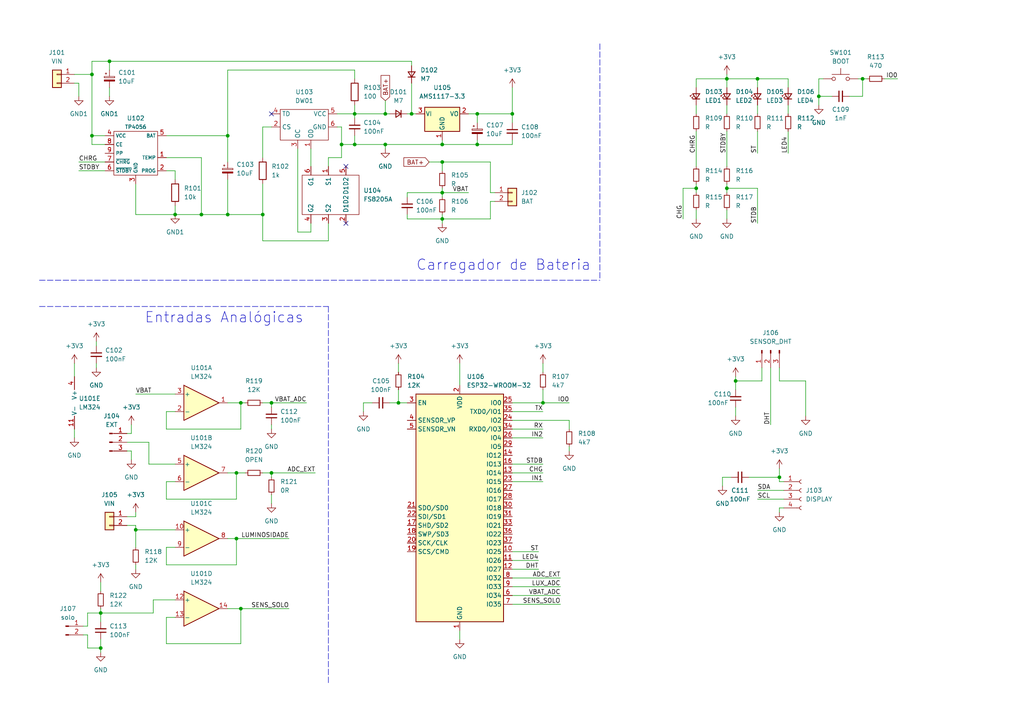
<source format=kicad_sch>
(kicad_sch (version 20211123) (generator eeschema)
  (paper "A4")
  (title_block (title "Vaso Inteligente") (date "2022-07-11") (company "PI3 - 2022/1") (comment 1 "Guilherme Camargo Valese") (comment 2 "Ariane Andreia Martins"))
  (lib_symbols
    (symbol "Amplifier_Operational:LM324" (pin_names (offset 0.127))
      (property "Reference" "U" (at 0 5.08 0))
      (property "Value" "LM324" (at 0 -5.08 0))
      (symbol "LM324_1_1"
        (pin output line (at 7.62 0 180) (length 2.54) (name "~") (number "1"))
        (pin input line (at -7.62 -2.54 0) (length 2.54) (name "-") (number "2"))
        (pin input line (at -7.62 2.54 0) (length 2.54) (name "+") (number "3"))
      )
      (symbol "LM324_2_1"
        (pin input line (at -7.62 2.54 0) (length 2.54) (name "+") (number "5"))
        (pin input line (at -7.62 -2.54 0) (length 2.54) (name "-") (number "6"))
        (pin output line (at 7.62 0 180) (length 2.54) (name "~") (number "7"))
      )
      (symbol "LM324_3_1"
        (pin input line (at -7.62 2.54 0) (length 2.54) (name "+") (number "10"))
        (pin output line (at 7.62 0 180) (length 2.54) (name "~") (number "8"))
        (pin input line (at -7.62 -2.54 0) (length 2.54) (name "-") (number "9"))
      )
      (symbol "LM324_4_1"
        (pin input line (at -7.62 2.54 0) (length 2.54) (name "+") (number "12"))
        (pin input line (at -7.62 -2.54 0) (length 2.54) (name "-") (number "13"))
        (pin output line (at 7.62 0 180) (length 2.54) (name "~") (number "14"))
      )
      (symbol "LM324_5_1"
        (pin power_in line (at -2.54 -7.62 90) (length 3.81) (name "V-") (number "11"))
        (pin power_in line (at -2.54 7.62 270) (length 3.81) (name "V+") (number "4"))
      )
    )
    (symbol "Connector:Conn_01x02_Male" (pin_names (offset 1.016) hide)
      (property "Reference" "J" (at 0 2.54 0))
      (property "Value" "Conn_01x02_Male" (at 0 -5.08 0))
      (symbol "Conn_01x02_Male_1_1"
        (pin passive line (at 5.08 0 180) (length 3.81) (name "Pin_1") (number "1"))
        (pin passive line (at 5.08 -2.54 180) (length 3.81) (name "Pin_2") (number "2"))
      )
    )
    (symbol "Connector:Conn_01x03_Male" (pin_names (offset 1.016) hide)
      (property "Reference" "J" (at 0 5.08 0))
      (property "Value" "Conn_01x03_Male" (at 0 -5.08 0))
      (symbol "Conn_01x03_Male_1_1"
        (pin passive line (at 5.08 2.54 180) (length 3.81) (name "Pin_1") (number "1"))
        (pin passive line (at 5.08 0 180) (length 3.81) (name "Pin_2") (number "2"))
        (pin passive line (at 5.08 -2.54 180) (length 3.81) (name "Pin_3") (number "3"))
      )
    )
    (symbol "Connector:Conn_01x04_Female" (pin_names (offset 1.016) hide)
      (property "Reference" "J" (at 0 5.08 0))
      (property "Value" "Conn_01x04_Female" (at 0 -7.62 0))
      (symbol "Conn_01x04_Female_1_1"
        (pin passive line (at -5.08 2.54 0) (length 3.81) (name "Pin_1") (number "1"))
        (pin passive line (at -5.08 0 0) (length 3.81) (name "Pin_2") (number "2"))
        (pin passive line (at -5.08 -2.54 0) (length 3.81) (name "Pin_3") (number "3"))
        (pin passive line (at -5.08 -5.08 0) (length 3.81) (name "Pin_4") (number "4"))
      )
    )
    (symbol "Connector_Generic:Conn_01x02" (pin_names (offset 1.016) hide)
      (property "Reference" "J" (at 0 2.54 0))
      (property "Value" "Conn_01x02" (at 0 -5.08 0))
      (symbol "Conn_01x02_1_1"
        (pin passive line (at -5.08 0 0) (length 3.81) (name "Pin_1") (number "1"))
        (pin passive line (at -5.08 -2.54 0) (length 3.81) (name "Pin_2") (number "2"))
      )
    )
    (symbol "Device:C_Polarized_Small" (pin_numbers hide) (pin_names (offset 0.254) hide)
      (property "Reference" "C" (at 0.254 1.778 0))
      (property "Value" "C_Polarized_Small" (at 0.254 -2.032 0))
      (symbol "C_Polarized_Small_1_1"
        (pin passive line (at 0 2.54 270) (length 1.8542) (name "~") (number "1"))
        (pin passive line (at 0 -2.54 90) (length 1.8542) (name "~") (number "2"))
      )
    )
    (symbol "Device:C_Small" (pin_numbers hide) (pin_names (offset 0.254) hide)
      (property "Reference" "C" (at 0.254 1.778 0))
      (property "Value" "C_Small" (at 0.254 -2.032 0))
      (symbol "C_Small_1_1"
        (pin passive line (at 0 2.54 270) (length 2.032) (name "~") (number "1"))
        (pin passive line (at 0 -2.54 90) (length 2.032) (name "~") (number "2"))
      )
    )
    (symbol "Device:D_Small" (pin_numbers hide) (pin_names (offset 0.254) hide)
      (property "Reference" "D" (at -1.27 2.032 0))
      (property "Value" "D_Small" (at -3.81 -2.032 0))
      (symbol "D_Small_1_1"
        (pin passive line (at -2.54 0 0) (length 1.778) (name "K") (number "1"))
        (pin passive line (at 2.54 0 180) (length 1.778) (name "A") (number "2"))
      )
    )
    (symbol "Device:LED_Small" (pin_numbers hide) (pin_names (offset 0.254) hide)
      (property "Reference" "D" (at -1.27 3.175 0))
      (property "Value" "LED_Small" (at -4.445 -2.54 0))
      (symbol "LED_Small_1_1"
        (pin passive line (at -2.54 0 0) (length 1.778) (name "K") (number "1"))
        (pin passive line (at 2.54 0 180) (length 1.778) (name "A") (number "2"))
      )
    )
    (symbol "Device:R" (pin_numbers hide) (pin_names (offset 0))
      (property "Reference" "R" (at 2.032 0 90))
      (property "Value" "R" (at 0 0 90))
      (symbol "R_1_1"
        (pin passive line (at 0 3.81 270) (length 1.27) (name "~") (number "1"))
        (pin passive line (at 0 -3.81 90) (length 1.27) (name "~") (number "2"))
      )
    )
    (symbol "Device:R_Small" (pin_numbers hide) (pin_names (offset 0.254) hide)
      (property "Reference" "R" (at 0.762 0.508 0))
      (property "Value" "R_Small" (at 0.762 -1.016 0))
      (symbol "R_Small_1_1"
        (pin passive line (at 0 2.54 270) (length 0.762) (name "~") (number "1"))
        (pin passive line (at 0 -2.54 90) (length 0.762) (name "~") (number "2"))
      )
    )
    (symbol "RF_Module:ESP32-WROOM-32"
      (property "Reference" "U" (at -12.7 34.29 0))
      (property "Value" "ESP32-WROOM-32" (at 1.27 34.29 0))
      (symbol "ESP32-WROOM-32_1_1"
        (pin power_in line (at 0 -35.56 90) (length 2.54) (name "GND") (number "1"))
        (pin bidirectional line (at 15.24 -12.7 180) (length 2.54) (name "IO25") (number "10"))
        (pin bidirectional line (at 15.24 -15.24 180) (length 2.54) (name "IO26") (number "11"))
        (pin bidirectional line (at 15.24 -17.78 180) (length 2.54) (name "IO27") (number "12"))
        (pin bidirectional line (at 15.24 10.16 180) (length 2.54) (name "IO14") (number "13"))
        (pin bidirectional line (at 15.24 15.24 180) (length 2.54) (name "IO12") (number "14"))
        (pin passive line (at 0 -35.56 90) (length 2.54) hide (name "GND") (number "15"))
        (pin bidirectional line (at 15.24 12.7 180) (length 2.54) (name "IO13") (number "16"))
        (pin bidirectional line (at -15.24 -5.08 0) (length 2.54) (name "SHD/SD2") (number "17"))
        (pin bidirectional line (at -15.24 -7.62 0) (length 2.54) (name "SWP/SD3") (number "18"))
        (pin bidirectional line (at -15.24 -12.7 0) (length 2.54) (name "SCS/CMD") (number "19"))
        (pin power_in line (at 0 35.56 270) (length 2.54) (name "VDD") (number "2"))
        (pin bidirectional line (at -15.24 -10.16 0) (length 2.54) (name "SCK/CLK") (number "20"))
        (pin bidirectional line (at -15.24 0 0) (length 2.54) (name "SDO/SD0") (number "21"))
        (pin bidirectional line (at -15.24 -2.54 0) (length 2.54) (name "SDI/SD1") (number "22"))
        (pin bidirectional line (at 15.24 7.62 180) (length 2.54) (name "IO15") (number "23"))
        (pin bidirectional line (at 15.24 25.4 180) (length 2.54) (name "IO2") (number "24"))
        (pin bidirectional line (at 15.24 30.48 180) (length 2.54) (name "IO0") (number "25"))
        (pin bidirectional line (at 15.24 20.32 180) (length 2.54) (name "IO4") (number "26"))
        (pin bidirectional line (at 15.24 5.08 180) (length 2.54) (name "IO16") (number "27"))
        (pin bidirectional line (at 15.24 2.54 180) (length 2.54) (name "IO17") (number "28"))
        (pin bidirectional line (at 15.24 17.78 180) (length 2.54) (name "IO5") (number "29"))
        (pin input line (at -15.24 30.48 0) (length 2.54) (name "EN") (number "3"))
        (pin bidirectional line (at 15.24 0 180) (length 2.54) (name "IO18") (number "30"))
        (pin bidirectional line (at 15.24 -2.54 180) (length 2.54) (name "IO19") (number "31"))
        (pin no_connect line (at -12.7 -27.94 0) (length 2.54) hide (name "NC") (number "32"))
        (pin bidirectional line (at 15.24 -5.08 180) (length 2.54) (name "IO21") (number "33"))
        (pin bidirectional line (at 15.24 22.86 180) (length 2.54) (name "RXD0/IO3") (number "34"))
        (pin bidirectional line (at 15.24 27.94 180) (length 2.54) (name "TXD0/IO1") (number "35"))
        (pin bidirectional line (at 15.24 -7.62 180) (length 2.54) (name "IO22") (number "36"))
        (pin bidirectional line (at 15.24 -10.16 180) (length 2.54) (name "IO23") (number "37"))
        (pin passive line (at 0 -35.56 90) (length 2.54) hide (name "GND") (number "38"))
        (pin passive line (at 0 -35.56 90) (length 2.54) hide (name "GND") (number "39"))
        (pin input line (at -15.24 25.4 0) (length 2.54) (name "SENSOR_VP") (number "4"))
        (pin input line (at -15.24 22.86 0) (length 2.54) (name "SENSOR_VN") (number "5"))
        (pin input line (at 15.24 -25.4 180) (length 2.54) (name "IO34") (number "6"))
        (pin input line (at 15.24 -27.94 180) (length 2.54) (name "IO35") (number "7"))
        (pin bidirectional line (at 15.24 -20.32 180) (length 2.54) (name "IO32") (number "8"))
        (pin bidirectional line (at 15.24 -22.86 180) (length 2.54) (name "IO33") (number "9"))
      )
    )
    (symbol "Regulator_Linear:AMS1117-3.3" (pin_names (offset 0.254))
      (property "Reference" "U" (at -3.81 3.175 0))
      (property "Value" "AMS1117-3.3" (at 0 3.175 0))
      (symbol "AMS1117-3.3_1_1"
        (pin power_in line (at 0 -7.62 90) (length 2.54) (name "GND") (number "1"))
        (pin power_out line (at 7.62 0 180) (length 2.54) (name "VO") (number "2"))
        (pin power_in line (at -7.62 0 0) (length 2.54) (name "VI") (number "3"))
      )
    )
    (symbol "Switch:SW_Push" (pin_numbers hide) (pin_names (offset 1.016) hide)
      (property "Reference" "SW" (at 1.27 2.54 0))
      (property "Value" "SW_Push" (at 0 -1.524 0))
      (symbol "SW_Push_0_1"
        (pin passive line (at -5.08 0 0) (length 2.54) (name "1") (number "1"))
        (pin passive line (at 5.08 0 180) (length 2.54) (name "2") (number "2"))
      )
    )
    (symbol "dw01:DW01"
      (property "Reference" "U" (at 1.27 10.16 0))
      (property "Value" "DW01" (at 11.43 10.16 0))
      (symbol "DW01_1_1"
        (pin input line (at 8.89 -2.54 90) (length 2.54) (name "OD") (number "1"))
        (pin input line (at -2.54 3.81 0) (length 2.54) (name "CS") (number "2"))
        (pin input line (at 5.08 -2.54 90) (length 2.54) (name "OC") (number "3"))
        (pin input line (at -2.54 7.62 0) (length 2.54) (name "TD") (number "4"))
        (pin input line (at 16.51 7.62 180) (length 2.54) (name "VCC") (number "5"))
        (pin input line (at 16.51 3.81 180) (length 2.54) (name "GND") (number "6"))
      )
    )
    (symbol "fs8205:FS8205A"
      (property "Reference" "U" (at 1.27 5.08 0))
      (property "Value" "FS8205A" (at -1.27 8.89 90))
      (symbol "FS8205A_1_1"
        (pin input line (at 7.62 13.97 270) (length 2.54) (name "S1") (number "1"))
        (pin input line (at 12.7 -2.54 90) (length 2.54) (name "D1D2") (number "2"))
        (pin input line (at 7.62 -2.54 90) (length 2.54) (name "S2") (number "3"))
        (pin input line (at 2.54 -2.54 90) (length 2.54) (name "G2") (number "4"))
        (pin input line (at 12.7 13.97 270) (length 2.54) (name "D1D2") (number "5"))
        (pin input line (at 2.54 13.97 270) (length 2.54) (name "G1") (number "6"))
      )
    )
    (symbol "power:+3V3" (power) (pin_names (offset 0))
      (property "Value" "+3V3" (at 0 3.556 0))
      (symbol "+3V3_1_1"
        (pin power_in line (at 0 0 90) (length 0) hide (name "+3V3") (number "1"))
      )
    )
    (symbol "power:GND" (power) (pin_names (offset 0))
      (property "Value" "GND" (at 0 -3.81 0))
      (symbol "GND_1_1"
        (pin power_in line (at 0 0 270) (length 0) hide (name "GND") (number "1"))
      )
    )
    (symbol "power:GND1" (power) (pin_names (offset 0))
      (property "Value" "GND1" (at 0 -3.81 0))
      (symbol "GND1_1_1"
        (pin power_in line (at 0 0 270) (length 0) hide (name "GND1") (number "1"))
      )
    )
    (symbol "tp4056:TP4056"
      (property "Reference" "U" (at 1.27 13.97 0))
      (property "Value" "TP4056" (at 8.89 13.97 0))
      (symbol "TP4056_1_1"
        (pin input line (at 15.24 5.08 180) (length 2.54) (name "TEMP") (number "1"))
        (pin input line (at 15.24 1.27 180) (length 2.54) (name "PROG") (number "2"))
        (pin input line (at 6.35 -2.54 90) (length 2.54) (name "GND") (number "3"))
        (pin input line (at -2.54 11.43 0) (length 2.54) (name "VCC") (number "4"))
        (pin input line (at 15.24 11.43 180) (length 2.54) (name "BAT") (number "5"))
        (pin input line (at -2.54 1.27 0) (length 2.54) (name "~{STDBY}") (number "6"))
        (pin input line (at -2.54 3.81 0) (length 2.54) (name "~{CHRG}") (number "7"))
        (pin input line (at -2.54 8.89 0) (length 2.54) (name "CE") (number "8"))
        (pin input line (at -2.54 6.35 0) (length 2.54) (name "PP") (number "9"))
      )
    )
  )
  (junction (at 148.59 33.02))
  (junction (at 250.19 22.86))
  (junction (at 128.27 46.99))
  (junction (at 78.74 137.16))
  (junction (at 58.42 62.23))
  (junction (at 26.67 39.37))
  (junction (at 99.06 41.91))
  (junction (at 138.43 33.02))
  (junction (at 69.85 116.84))
  (junction (at 128.27 41.91))
  (junction (at 219.71 22.86))
  (junction (at 66.04 62.23))
  (junction (at 26.67 21.59))
  (junction (at 76.2 62.23))
  (junction (at 102.87 41.91))
  (junction (at 128.27 55.88))
  (junction (at 111.76 33.02))
  (junction (at 29.21 187.96))
  (junction (at 68.58 137.16))
  (junction (at 69.85 176.53))
  (junction (at 119.38 33.02))
  (junction (at 39.37 153.67))
  (junction (at 237.49 27.94))
  (junction (at 31.75 17.78))
  (junction (at 102.87 33.02))
  (junction (at 210.82 22.86))
  (junction (at 68.58 156.21))
  (junction (at 201.93 54.61))
  (junction (at 157.48 116.84))
  (junction (at 29.21 177.8))
  (junction (at 50.8 62.23))
  (junction (at 138.43 41.91))
  (junction (at 210.82 54.61))
  (junction (at 66.04 39.37))
  (junction (at 128.27 63.5))
  (junction (at 226.06 138.43))
  (junction (at 115.57 116.84))
  (junction (at 111.76 41.91))
  (junction (at 213.36 110.49))
  (junction (at 78.74 116.84))
  (no_connect (at 78.74 33.02))
  (no_connect (at 100.33 48.26))
  (no_connect (at 100.33 64.77))
  (wire (pts (xy 226.06 135.89) (xy 226.06 138.43)))
  (wire (pts (xy 210.82 54.61) (xy 219.71 54.61)))
  (wire (pts (xy 142.24 58.42) (xy 143.51 58.42)))
  (wire (pts (xy 50.8 179.07) (xy 48.26 179.07)))
  (wire (pts (xy 50.8 139.7) (xy 48.26 139.7)))
  (wire (pts (xy 48.26 119.38) (xy 48.26 124.46)))
  (wire (pts (xy 66.04 20.32) (xy 102.87 20.32)))
  (wire (pts (xy 119.38 17.78) (xy 119.38 19.05)))
  (wire (pts (xy 111.76 29.21) (xy 111.76 33.02)))
  (wire (pts (xy 142.24 46.99) (xy 142.24 55.88)))
  (wire (pts (xy 27.94 99.06) (xy 27.94 100.33)))
  (wire (pts (xy 50.8 119.38) (xy 48.26 119.38)))
  (wire (pts (xy 124.46 46.99) (xy 128.27 46.99)))
  (wire (pts (xy 128.27 46.99) (xy 142.24 46.99)))
  (wire (pts (xy 210.82 21.59) (xy 210.82 22.86)))
  (wire (pts (xy 99.06 41.91) (xy 99.06 45.72)))
  (wire (pts (xy 219.71 22.86) (xy 219.71 25.4)))
  (wire (pts (xy 102.87 30.48) (xy 102.87 33.02)))
  (wire (pts (xy 86.36 67.31) (xy 90.17 67.31)))
  (wire (pts (xy 48.26 45.72) (xy 58.42 45.72)))
  (wire (pts (xy 148.59 162.56) (xy 156.21 162.56)))
  (wire (pts (xy 118.11 57.15) (xy 118.11 55.88)))
  (wire (pts (xy 219.71 142.24) (xy 227.33 142.24)))
  (wire (pts (xy 115.57 105.41) (xy 115.57 107.95)))
  (wire (pts (xy 25.4 181.61) (xy 25.4 177.8)))
  (wire (pts (xy 148.59 124.46) (xy 157.48 124.46)))
  (wire (pts (xy 111.76 33.02) (xy 113.03 33.02)))
  (wire (pts (xy 115.57 113.03) (xy 115.57 116.84)))
  (wire (pts (xy 48.26 158.75) (xy 50.8 158.75)))
  (wire (pts (xy 210.82 38.1) (xy 210.82 48.26)))
  (wire (pts (xy 38.1 123.19) (xy 38.1 125.73)))
  (wire (pts (xy 210.82 60.96) (xy 210.82 63.5)))
  (wire (pts (xy 128.27 63.5) (xy 142.24 63.5)))
  (wire (pts (xy 102.87 33.02) (xy 111.76 33.02)))
  (wire (pts (xy 25.4 187.96) (xy 25.4 184.15)))
  (wire (pts (xy 36.83 152.4) (xy 39.37 152.4)))
  (wire (pts (xy 31.75 17.78) (xy 119.38 17.78)))
  (wire (pts (xy 78.74 123.19) (xy 78.74 124.46)))
  (wire (pts (xy 102.87 41.91) (xy 111.76 41.91)))
  (polyline (pts (xy 11.43 81.28) (xy 173.99 81.28)))
  (wire (pts (xy 95.25 45.72) (xy 99.06 45.72)))
  (wire (pts (xy 39.37 153.67) (xy 39.37 158.75)))
  (wire (pts (xy 76.2 116.84) (xy 78.74 116.84)))
  (wire (pts (xy 95.25 64.77) (xy 95.25 69.85)))
  (wire (pts (xy 119.38 24.13) (xy 119.38 33.02)))
  (wire (pts (xy 250.19 27.94) (xy 250.19 22.86)))
  (wire (pts (xy 21.59 105.41) (xy 21.59 109.22)))
  (wire (pts (xy 128.27 41.91) (xy 111.76 41.91)))
  (wire (pts (xy 30.48 41.91) (xy 26.67 41.91)))
  (wire (pts (xy 105.41 119.38) (xy 105.41 116.84)))
  (wire (pts (xy 50.8 62.23) (xy 39.37 62.23)))
  (wire (pts (xy 115.57 116.84) (xy 118.11 116.84)))
  (wire (pts (xy 256.54 22.86) (xy 260.35 22.86)))
  (wire (pts (xy 38.1 133.35) (xy 38.1 130.81)))
  (wire (pts (xy 48.26 186.69) (xy 69.85 186.69)))
  (wire (pts (xy 228.6 38.1) (xy 228.6 44.45)))
  (wire (pts (xy 26.67 21.59) (xy 26.67 17.78)))
  (wire (pts (xy 29.21 177.8) (xy 29.21 180.34)))
  (wire (pts (xy 148.59 33.02) (xy 148.59 35.56)))
  (wire (pts (xy 102.87 33.02) (xy 97.79 33.02)))
  (wire (pts (xy 102.87 39.37) (xy 102.87 41.91)))
  (wire (pts (xy 157.48 105.41) (xy 157.48 107.95)))
  (wire (pts (xy 135.89 33.02) (xy 138.43 33.02)))
  (wire (pts (xy 213.36 118.11) (xy 213.36 120.65)))
  (wire (pts (xy 26.67 39.37) (xy 26.67 21.59)))
  (wire (pts (xy 66.04 62.23) (xy 76.2 62.23)))
  (wire (pts (xy 24.13 184.15) (xy 25.4 184.15)))
  (wire (pts (xy 138.43 33.02) (xy 148.59 33.02)))
  (wire (pts (xy 157.48 116.84) (xy 165.1 116.84)))
  (wire (pts (xy 50.8 52.07) (xy 50.8 49.53)))
  (wire (pts (xy 26.67 41.91) (xy 26.67 39.37)))
  (wire (pts (xy 237.49 27.94) (xy 241.3 27.94)))
  (wire (pts (xy 99.06 41.91) (xy 102.87 41.91)))
  (polyline (pts (xy 95.25 88.9) (xy 95.25 198.12)))
  (wire (pts (xy 44.45 173.99) (xy 50.8 173.99)))
  (wire (pts (xy 210.82 22.86) (xy 210.82 25.4)))
  (wire (pts (xy 48.26 139.7) (xy 48.26 144.78)))
  (wire (pts (xy 43.18 128.27) (xy 43.18 134.62)))
  (wire (pts (xy 68.58 156.21) (xy 68.58 163.83)))
  (wire (pts (xy 226.06 147.32) (xy 227.33 147.32)))
  (wire (pts (xy 228.6 30.48) (xy 228.6 33.02)))
  (wire (pts (xy 29.21 187.96) (xy 25.4 187.96)))
  (wire (pts (xy 66.04 20.32) (xy 66.04 39.37)))
  (wire (pts (xy 39.37 163.83) (xy 39.37 165.1)))
  (wire (pts (xy 27.94 105.41) (xy 27.94 106.68)))
  (wire (pts (xy 157.48 113.03) (xy 157.48 116.84)))
  (wire (pts (xy 90.17 43.18) (xy 90.17 48.26)))
  (wire (pts (xy 29.21 185.42) (xy 29.21 187.96)))
  (wire (pts (xy 148.59 165.1) (xy 156.21 165.1)))
  (wire (pts (xy 68.58 156.21) (xy 83.82 156.21)))
  (wire (pts (xy 78.74 137.16) (xy 91.44 137.16)))
  (wire (pts (xy 44.45 177.8) (xy 44.45 173.99)))
  (wire (pts (xy 76.2 62.23) (xy 76.2 69.85)))
  (wire (pts (xy 223.52 106.68) (xy 223.52 123.19)))
  (wire (pts (xy 99.06 36.83) (xy 99.06 41.91)))
  (wire (pts (xy 201.93 54.61) (xy 201.93 55.88)))
  (wire (pts (xy 68.58 137.16) (xy 71.12 137.16)))
  (wire (pts (xy 58.42 45.72) (xy 58.42 62.23)))
  (wire (pts (xy 69.85 176.53) (xy 83.82 176.53)))
  (wire (pts (xy 68.58 137.16) (xy 68.58 144.78)))
  (wire (pts (xy 148.59 160.02) (xy 156.21 160.02)))
  (wire (pts (xy 213.36 109.22) (xy 213.36 110.49)))
  (wire (pts (xy 43.18 134.62) (xy 50.8 134.62)))
  (wire (pts (xy 118.11 55.88) (xy 128.27 55.88)))
  (wire (pts (xy 148.59 116.84) (xy 157.48 116.84)))
  (wire (pts (xy 118.11 33.02) (xy 119.38 33.02)))
  (wire (pts (xy 66.04 52.07) (xy 66.04 62.23)))
  (wire (pts (xy 213.36 113.03) (xy 213.36 110.49)))
  (wire (pts (xy 76.2 36.83) (xy 76.2 45.72)))
  (wire (pts (xy 76.2 36.83) (xy 78.74 36.83)))
  (wire (pts (xy 148.59 134.62) (xy 157.48 134.62)))
  (wire (pts (xy 66.04 39.37) (xy 48.26 39.37)))
  (wire (pts (xy 201.93 25.4) (xy 201.93 22.86)))
  (wire (pts (xy 97.79 36.83) (xy 99.06 36.83)))
  (wire (pts (xy 138.43 41.91) (xy 138.43 40.64)))
  (wire (pts (xy 133.35 182.88) (xy 133.35 185.42)))
  (wire (pts (xy 48.26 179.07) (xy 48.26 186.69)))
  (wire (pts (xy 128.27 41.91) (xy 138.43 41.91)))
  (wire (pts (xy 220.98 106.68) (xy 220.98 110.49)))
  (wire (pts (xy 237.49 22.86) (xy 238.76 22.86)))
  (wire (pts (xy 76.2 69.85) (xy 95.25 69.85)))
  (wire (pts (xy 26.67 17.78) (xy 31.75 17.78)))
  (wire (pts (xy 29.21 176.53) (xy 29.21 177.8)))
  (wire (pts (xy 250.19 22.86) (xy 251.46 22.86)))
  (wire (pts (xy 29.21 177.8) (xy 44.45 177.8)))
  (wire (pts (xy 142.24 58.42) (xy 142.24 63.5)))
  (wire (pts (xy 86.36 43.18) (xy 86.36 67.31)))
  (wire (pts (xy 219.71 22.86) (xy 228.6 22.86)))
  (wire (pts (xy 148.59 139.7) (xy 157.48 139.7)))
  (wire (pts (xy 78.74 138.43) (xy 78.74 137.16)))
  (wire (pts (xy 78.74 137.16) (xy 76.2 137.16)))
  (wire (pts (xy 201.93 22.86) (xy 210.82 22.86)))
  (wire (pts (xy 48.26 124.46) (xy 69.85 124.46)))
  (polyline (pts (xy 11.43 88.9) (xy 95.25 88.9)))
  (wire (pts (xy 48.26 49.53) (xy 50.8 49.53)))
  (wire (pts (xy 118.11 63.5) (xy 128.27 63.5)))
  (wire (pts (xy 95.25 45.72) (xy 95.25 48.26)))
  (wire (pts (xy 69.85 116.84) (xy 66.04 116.84)))
  (wire (pts (xy 48.26 144.78) (xy 68.58 144.78)))
  (wire (pts (xy 210.82 53.34) (xy 210.82 54.61)))
  (wire (pts (xy 148.59 127) (xy 157.48 127)))
  (wire (pts (xy 48.26 163.83) (xy 48.26 158.75)))
  (wire (pts (xy 58.42 62.23) (xy 50.8 62.23)))
  (wire (pts (xy 111.76 41.91) (xy 111.76 43.18)))
  (wire (pts (xy 113.03 116.84) (xy 115.57 116.84)))
  (wire (pts (xy 133.35 105.41) (xy 133.35 111.76)))
  (wire (pts (xy 226.06 110.49) (xy 233.68 110.49)))
  (wire (pts (xy 237.49 27.94) (xy 237.49 30.48)))
  (wire (pts (xy 38.1 125.73) (xy 36.83 125.73)))
  (wire (pts (xy 39.37 149.86) (xy 36.83 149.86)))
  (wire (pts (xy 24.13 181.61) (xy 25.4 181.61)))
  (wire (pts (xy 219.71 144.78) (xy 227.33 144.78)))
  (wire (pts (xy 128.27 54.61) (xy 128.27 55.88)))
  (wire (pts (xy 128.27 55.88) (xy 128.27 57.15)))
  (wire (pts (xy 22.86 27.94) (xy 22.86 24.13)))
  (wire (pts (xy 66.04 137.16) (xy 68.58 137.16)))
  (wire (pts (xy 226.06 138.43) (xy 226.06 139.7)))
  (wire (pts (xy 210.82 30.48) (xy 210.82 33.02)))
  (wire (pts (xy 201.93 38.1) (xy 201.93 48.26)))
  (wire (pts (xy 22.86 46.99) (xy 30.48 46.99)))
  (wire (pts (xy 25.4 177.8) (xy 29.21 177.8)))
  (wire (pts (xy 21.59 124.46) (xy 21.59 127)))
  (wire (pts (xy 31.75 25.4) (xy 31.75 27.94)))
  (wire (pts (xy 201.93 60.96) (xy 201.93 63.5)))
  (wire (pts (xy 233.68 110.49) (xy 233.68 120.65)))
  (wire (pts (xy 148.59 41.91) (xy 138.43 41.91)))
  (wire (pts (xy 228.6 22.86) (xy 228.6 25.4)))
  (wire (pts (xy 69.85 116.84) (xy 71.12 116.84)))
  (wire (pts (xy 219.71 54.61) (xy 219.71 64.77)))
  (wire (pts (xy 248.92 22.86) (xy 250.19 22.86)))
  (wire (pts (xy 58.42 62.23) (xy 66.04 62.23)))
  (wire (pts (xy 165.1 129.54) (xy 165.1 130.81)))
  (wire (pts (xy 102.87 33.02) (xy 102.87 34.29)))
  (wire (pts (xy 209.55 138.43) (xy 212.09 138.43)))
  (wire (pts (xy 29.21 168.91) (xy 29.21 171.45)))
  (wire (pts (xy 201.93 53.34) (xy 201.93 54.61)))
  (wire (pts (xy 148.59 137.16) (xy 157.48 137.16)))
  (wire (pts (xy 36.83 130.81) (xy 38.1 130.81)))
  (wire (pts (xy 39.37 152.4) (xy 39.37 153.67)))
  (wire (pts (xy 148.59 167.64) (xy 162.56 167.64)))
  (wire (pts (xy 66.04 39.37) (xy 66.04 46.99)))
  (wire (pts (xy 102.87 22.86) (xy 102.87 20.32)))
  (wire (pts (xy 165.1 121.92) (xy 165.1 124.46)))
  (wire (pts (xy 148.59 175.26) (xy 162.56 175.26)))
  (wire (pts (xy 148.59 119.38) (xy 157.48 119.38)))
  (wire (pts (xy 148.59 121.92) (xy 165.1 121.92)))
  (wire (pts (xy 148.59 170.18) (xy 162.56 170.18)))
  (wire (pts (xy 78.74 143.51) (xy 78.74 146.05)))
  (wire (pts (xy 90.17 64.77) (xy 90.17 67.31)))
  (wire (pts (xy 39.37 114.3) (xy 50.8 114.3)))
  (wire (pts (xy 226.06 139.7) (xy 227.33 139.7)))
  (wire (pts (xy 226.06 148.59) (xy 226.06 147.32)))
  (wire (pts (xy 66.04 156.21) (xy 68.58 156.21)))
  (wire (pts (xy 128.27 63.5) (xy 128.27 64.77)))
  (wire (pts (xy 22.86 24.13) (xy 21.59 24.13)))
  (wire (pts (xy 118.11 62.23) (xy 118.11 63.5)))
  (wire (pts (xy 31.75 17.78) (xy 31.75 20.32)))
  (wire (pts (xy 105.41 116.84) (xy 107.95 116.84)))
  (wire (pts (xy 210.82 22.86) (xy 219.71 22.86)))
  (wire (pts (xy 148.59 172.72) (xy 162.56 172.72)))
  (wire (pts (xy 128.27 62.23) (xy 128.27 63.5)))
  (wire (pts (xy 213.36 110.49) (xy 220.98 110.49)))
  (wire (pts (xy 66.04 176.53) (xy 69.85 176.53)))
  (wire (pts (xy 201.93 30.48) (xy 201.93 33.02)))
  (wire (pts (xy 68.58 163.83) (xy 48.26 163.83)))
  (wire (pts (xy 198.12 54.61) (xy 198.12 63.5)))
  (wire (pts (xy 21.59 21.59) (xy 26.67 21.59)))
  (wire (pts (xy 78.74 116.84) (xy 78.74 118.11)))
  (wire (pts (xy 29.21 187.96) (xy 29.21 189.23)))
  (wire (pts (xy 148.59 25.4) (xy 148.59 33.02)))
  (wire (pts (xy 226.06 106.68) (xy 226.06 110.49)))
  (wire (pts (xy 138.43 33.02) (xy 138.43 35.56)))
  (wire (pts (xy 237.49 22.86) (xy 237.49 27.94)))
  (wire (pts (xy 210.82 54.61) (xy 210.82 55.88)))
  (wire (pts (xy 128.27 55.88) (xy 135.89 55.88)))
  (wire (pts (xy 69.85 124.46) (xy 69.85 116.84)))
  (wire (pts (xy 246.38 27.94) (xy 250.19 27.94)))
  (wire (pts (xy 219.71 30.48) (xy 219.71 33.02)))
  (wire (pts (xy 26.67 39.37) (xy 30.48 39.37)))
  (wire (pts (xy 219.71 38.1) (xy 219.71 44.45)))
  (wire (pts (xy 201.93 54.61) (xy 198.12 54.61)))
  (wire (pts (xy 119.38 33.02) (xy 120.65 33.02)))
  (wire (pts (xy 69.85 186.69) (xy 69.85 176.53)))
  (wire (pts (xy 209.55 140.97) (xy 209.55 138.43)))
  (wire (pts (xy 148.59 40.64) (xy 148.59 41.91)))
  (wire (pts (xy 78.74 116.84) (xy 88.9 116.84)))
  (wire (pts (xy 76.2 53.34) (xy 76.2 62.23)))
  (wire (pts (xy 39.37 153.67) (xy 50.8 153.67)))
  (wire (pts (xy 36.83 128.27) (xy 43.18 128.27)))
  (wire (pts (xy 128.27 40.64) (xy 128.27 41.91)))
  (wire (pts (xy 39.37 53.34) (xy 39.37 62.23)))
  (wire (pts (xy 22.86 49.53) (xy 30.48 49.53)))
  (wire (pts (xy 217.17 138.43) (xy 226.06 138.43)))
  (polyline (pts (xy 173.99 12.7) (xy 173.99 81.28)))
  (wire (pts (xy 142.24 55.88) (xy 143.51 55.88)))
  (wire (pts (xy 39.37 148.59) (xy 39.37 149.86)))
  (wire (pts (xy 128.27 46.99) (xy 128.27 49.53)))
  (wire (pts (xy 50.8 59.69) (xy 50.8 62.23)))
  (text "Carregador de Bateria" (at 120.65 78.74 0) (effects (font (size 3 3)) (justify left bottom)))
  (text "Entradas Analógicas" (at 41.91 93.98 0) (effects (font (size 3 3)) (justify left bottom)))
  (label "IO0" (at 165.1 116.84 180))
  (label "DHT" (at 156.21 165.1 180))
  (label "LED4" (at 156.21 162.56 180))
  (label "CHG" (at 198.12 63.5 90))
  (label "SCL" (at 219.71 144.78 0))
  (label "SENS_SOLO" (at 162.56 175.26 180))
  (label "VBAT_ADC" (at 162.56 172.72 180))
  (label "CHRG" (at 22.86 46.99 0))
  (label "IN2" (at 157.48 127 180))
  (label "STDB" (at 219.71 64.77 90))
  (label "RX" (at 157.48 124.46 180))
  (label "DHT" (at 223.52 123.19 90))
  (label "VBAT_ADC" (at 88.9 116.84 180))
  (label "ST" (at 219.71 44.45 90))
  (label "CHRG" (at 201.93 44.45 90))
  (label "TX" (at 157.48 119.38 180))
  (label "VBAT" (at 39.37 114.3 0))
  (label "ADC_EXT" (at 91.44 137.16 180))
  (label "CHG" (at 157.48 137.16 180))
  (label "ADC_EXT" (at 162.56 167.64 180))
  (label "STDBY" (at 22.86 49.53 0))
  (label "IO0" (at 260.35 22.86 180))
  (label "LUMINOSIDADE" (at 83.82 156.21 180))
  (label "LUX_ADC" (at 162.56 170.18 180))
  (label "ST" (at 156.21 160.02 180))
  (label "SENS_SOLO" (at 83.82 176.53 180))
  (label "STDB" (at 157.48 134.62 180))
  (label "STDBY" (at 210.82 44.45 90))
  (label "SDA" (at 219.71 142.24 0))
  (label "IN1" (at 157.48 139.7 180))
  (label "LED4" (at 228.6 44.45 90))
  (label "VBAT" (at 135.89 55.88 180))
  (global_label "BAT+" (shape input) (at 124.46 46.99 180) (property "Referências entre as folhas" "${INTERSHEET_REFS}" (effects hide)))
  (global_label "BAT+" (shape input) (at 111.76 29.21 90) (property "Referências entre as folhas" "${INTERSHEET_REFS}" (effects hide)))
  (symbol (lib_id "Device:R_Small") (at 201.93 58.42 0) (unit 1)
    (property "Reference" "R115" (at 204.47 57.1499 0) (effects (justify left)))
    (property "Value" "R" (at 204.47 59.6899 0) (effects (justify left)))
    (property "Footprint" "Resistor_SMD:R_0805_2012Metric_Pad1.20x1.40mm_HandSolder" (effects hide))
  )
  (symbol (lib_id "Connector_Generic:Conn_01x02") (at 31.75 149.86 0) (mirror y) (unit 1)
    (property "Reference" "J105" (at 31.75 143.51 0))
    (property "Value" "VIN" (at 31.75 146.05 0))
    (property "Footprint" "Connector_PinHeader_2.54mm:PinHeader_1x02_P2.54mm_Vertical" (effects hide))
  )
  (symbol (lib_id "power:GND") (at 21.59 127 0) (unit 1)
    (property "Reference" "#PWR0106" (effects hide))
    (property "Value" "GND" (at 21.59 132.08 0))
  )
  (symbol (lib_id "Device:C_Small") (at 29.21 182.88 180) (unit 1)
    (property "Reference" "C113" (at 31.75 181.6035 0) (effects (justify right)))
    (property "Value" "100nF" (at 31.75 184.1435 0) (effects (justify right)))
    (property "Footprint" "Capacitor_SMD:C_0805_2012Metric_Pad1.18x1.45mm_HandSolder" (effects hide))
  )
  (symbol (lib_id "Device:LED_Small") (at 219.71 27.94 90) (unit 1)
    (property "Reference" "D105" (at 222.25 26.6064 90) (effects (justify right)))
    (property "Value" "LED3" (at 222.25 29.1464 90) (effects (justify right)))
    (property "Footprint" "LED_SMD:LED_0805_2012Metric_Pad1.15x1.40mm_HandSolder" (effects hide))
  )
  (symbol (lib_id "power:GND1") (at 31.75 27.94 0) (unit 1)
    (property "Reference" "#PWR0102" (effects hide))
    (property "Value" "GND1" (at 31.75 33.02 0))
  )
  (symbol (lib_id "power:GND") (at 78.74 146.05 0) (unit 1)
    (property "Reference" "#PWR0129" (effects hide))
    (property "Value" "GND" (at 78.74 151.13 0))
  )
  (symbol (lib_id "Connector_Generic:Conn_01x02") (at 16.51 21.59 0) (mirror y) (unit 1)
    (property "Reference" "J101" (at 16.51 15.24 0))
    (property "Value" "VIN" (at 16.51 17.78 0))
    (property "Footprint" "Connector_PinHeader_2.54mm:PinHeader_1x02_P2.54mm_Vertical" (effects hide))
  )
  (symbol (lib_id "Device:R_Small") (at 73.66 137.16 90) (unit 1)
    (property "Reference" "R120" (at 73.66 130.81 90))
    (property "Value" "OPEN" (at 73.66 133.35 90))
    (property "Footprint" "Resistor_SMD:R_0805_2012Metric_Pad1.20x1.40mm_HandSolder" (effects hide))
  )
  (symbol (lib_id "Device:C_Polarized_Small") (at 66.04 49.53 0) (unit 1)
    (property "Reference" "C103" (at 68.58 47.7138 0) (effects (justify left)))
    (property "Value" "10uF" (at 68.58 50.2538 0) (effects (justify left)))
    (property "Footprint" "Capacitor_SMD:CP_Elec_5x3" (effects hide))
  )
  (symbol (lib_id "Amplifier_Operational:LM324") (at 58.42 156.21 0) (unit 3)
    (property "Reference" "U101" (at 58.42 146.05 0))
    (property "Value" "LM324" (at 58.42 148.59 0))
    (property "Footprint" "Package_SO:SOIC-14_3.9x8.7mm_P1.27mm" (effects hide))
    (property "Datasheet" "http://www.ti.com/lit/ds/symlink/lm2902-n.pdf" (effects hide))
  )
  (symbol (lib_id "Device:R_Small") (at 254 22.86 90) (unit 1)
    (property "Reference" "R113" (at 254 16.51 90))
    (property "Value" "470" (at 254 19.05 90))
    (property "Footprint" "Resistor_SMD:R_0805_2012Metric_Pad1.20x1.40mm_HandSolder" (effects hide))
  )
  (symbol (lib_id "power:GND1") (at 22.86 27.94 0) (unit 1)
    (property "Reference" "#PWR0103" (effects hide))
    (property "Value" "GND1" (at 22.86 33.02 0))
  )
  (symbol (lib_id "Device:C_Small") (at 78.74 120.65 180) (unit 1)
    (property "Reference" "C112" (at 81.28 119.3735 0) (effects (justify right)))
    (property "Value" "100nF" (at 81.28 121.9135 0) (effects (justify right)))
    (property "Footprint" "Capacitor_SMD:C_0805_2012Metric_Pad1.18x1.45mm_HandSolder" (effects hide))
  )
  (symbol (lib_id "power:+3V3") (at 21.59 105.41 0) (unit 1)
    (property "Reference" "#PWR0108" (effects hide))
    (property "Value" "+3V3" (at 21.59 100.33 0))
  )
  (symbol (lib_id "Device:R_Small") (at 78.74 140.97 180) (unit 1)
    (property "Reference" "R121" (at 81.28 139.6999 0) (effects (justify right)))
    (property "Value" "0R" (at 81.28 142.2399 0) (effects (justify right)))
    (property "Footprint" "Resistor_SMD:R_0805_2012Metric_Pad1.20x1.40mm_HandSolder" (effects hide))
  )
  (symbol (lib_id "Device:R_Small") (at 128.27 59.69 0) (unit 1)
    (property "Reference" "R106" (at 130.81 58.4199 0) (effects (justify left)))
    (property "Value" "R" (at 130.81 60.9599 0) (effects (justify left)))
    (property "Footprint" "Resistor_SMD:R_0805_2012Metric_Pad1.20x1.40mm_HandSolder" (effects hide))
  )
  (symbol (lib_id "Device:C_Small") (at 214.63 138.43 90) (unit 1)
    (property "Reference" "C111" (at 214.63 142.24 90))
    (property "Value" "100nF" (at 214.63 144.78 90))
    (property "Footprint" "Capacitor_SMD:C_0805_2012Metric_Pad1.18x1.45mm_HandSolder" (effects hide))
  )
  (symbol (lib_id "power:GND") (at 39.37 165.1 0) (unit 1)
    (property "Reference" "#PWR0128" (effects hide))
    (property "Value" "GND" (at 39.37 170.18 0))
  )
  (symbol (lib_id "Regulator_Linear:AMS1117-3.3") (at 128.27 33.02 0) (unit 1)
    (property "Reference" "U105" (at 128.27 25.4 0))
    (property "Value" "AMS1117-3.3" (at 128.27 27.94 0))
    (property "Footprint" "Package_TO_SOT_SMD:SOT-223-3_TabPin2" (effects hide))
    (property "Datasheet" "http://www.advanced-monolithic.com/pdf/ds1117.pdf" (effects hide))
  )
  (symbol (lib_id "Device:R") (at 76.2 49.53 180) (unit 1)
    (property "Reference" "R102" (at 78.74 48.2599 0) (effects (justify right)))
    (property "Value" "1k" (at 78.74 50.7999 0) (effects (justify right)))
    (property "Footprint" "Resistor_SMD:R_0805_2012Metric_Pad1.20x1.40mm_HandSolder" (effects hide))
  )
  (symbol (lib_id "power:GND1") (at 50.8 62.23 0) (unit 1)
    (property "Reference" "#PWR0104" (effects hide))
    (property "Value" "GND1" (at 50.8 67.31 0))
  )
  (symbol (lib_id "Device:C_Small") (at 118.11 59.69 0) (unit 1)
    (property "Reference" "C106" (at 120.65 58.4262 0) (effects (justify left)))
    (property "Value" "100nF" (at 120.65 60.9662 0) (effects (justify left)))
    (property "Footprint" "Capacitor_SMD:C_0805_2012Metric_Pad1.18x1.45mm_HandSolder" (effects hide))
  )
  (symbol (lib_id "power:GND") (at 233.68 120.65 0) (unit 1)
    (property "Reference" "#PWR0121" (effects hide))
    (property "Value" "GND" (at 233.68 125.73 0))
  )
  (symbol (lib_id "Device:D_Small") (at 119.38 21.59 90) (unit 1)
    (property "Reference" "D102" (at 121.92 20.3199 90) (effects (justify right)))
    (property "Value" "M7" (at 121.92 22.8599 90) (effects (justify right)))
    (property "Footprint" "Diode_SMD:D_MiniMELF_Handsoldering" (effects hide))
  )
  (symbol (lib_id "Device:R_Small") (at 115.57 110.49 0) (unit 1)
    (property "Reference" "R104" (at 118.11 109.2199 0) (effects (justify left)))
    (property "Value" "12K" (at 118.11 111.7599 0) (effects (justify left)))
    (property "Footprint" "Resistor_SMD:R_0805_2012Metric_Pad1.20x1.40mm_HandSolder" (effects hide))
  )
  (symbol (lib_id "Device:R_Small") (at 128.27 52.07 0) (unit 1)
    (property "Reference" "R105" (at 130.81 50.7999 0) (effects (justify left)))
    (property "Value" "R" (at 130.81 53.3399 0) (effects (justify left)))
    (property "Footprint" "Resistor_SMD:R_0805_2012Metric_Pad1.20x1.40mm_HandSolder" (effects hide))
  )
  (symbol (lib_id "Device:R_Small") (at 201.93 35.56 0) (unit 1)
    (property "Reference" "R109" (at 204.47 34.2899 0) (effects (justify left)))
    (property "Value" "R" (at 204.47 36.8299 0) (effects (justify left)))
    (property "Footprint" "Resistor_SMD:R_0805_2012Metric_Pad1.20x1.40mm_HandSolder" (effects hide))
  )
  (symbol (lib_id "Device:C_Polarized_Small") (at 31.75 22.86 0) (unit 1)
    (property "Reference" "C101" (at 34.29 21.0438 0) (effects (justify left)))
    (property "Value" "10uF" (at 34.29 23.5838 0) (effects (justify left)))
    (property "Footprint" "Capacitor_SMD:CP_Elec_5x3" (effects hide))
  )
  (symbol (lib_id "Device:LED_Small") (at 210.82 27.94 90) (unit 1)
    (property "Reference" "D104" (at 213.36 26.6064 90) (effects (justify right)))
    (property "Value" "LED2" (at 213.36 29.1464 90) (effects (justify right)))
    (property "Footprint" "LED_SMD:LED_0805_2012Metric_Pad1.15x1.40mm_HandSolder" (effects hide))
  )
  (symbol (lib_id "power:+3V3") (at 39.37 148.59 0) (unit 1)
    (property "Reference" "#PWR0130" (effects hide))
    (property "Value" "+3V3" (at 39.37 143.51 0))
  )
  (symbol (lib_id "fs8205:FS8205A") (at 87.63 62.23 0) (unit 1)
    (property "Reference" "U104" (at 105.41 55.2449 0) (effects (justify left)))
    (property "Value" "FS8205A" (at 105.41 57.7849 0) (effects (justify left)))
    (property "Footprint" "Package_TO_SOT_SMD:SOT-23-6_Handsoldering" (effects hide))
  )
  (symbol (lib_id "Device:R") (at 50.8 55.88 180) (unit 1)
    (property "Reference" "R101" (at 53.34 54.6099 0) (effects (justify right)))
    (property "Value" "10k" (at 53.34 57.1499 0) (effects (justify right)))
    (property "Footprint" "Resistor_SMD:R_0805_2012Metric_Pad1.20x1.40mm_HandSolder" (effects hide))
  )
  (symbol (lib_id "Connector_Generic:Conn_01x02") (at 148.59 55.88 0) (unit 1)
    (property "Reference" "J102" (at 151.13 55.8799 0) (effects (justify left)))
    (property "Value" "BAT" (at 151.13 58.4199 0) (effects (justify left)))
    (property "Footprint" "Connector_PinHeader_2.54mm:PinHeader_1x02_P2.54mm_Vertical" (effects hide))
  )
  (symbol (lib_id "Device:C_Small") (at 243.84 27.94 90) (unit 1)
    (property "Reference" "C109" (at 243.84 31.75 90))
    (property "Value" "1nF" (at 243.84 34.29 90))
    (property "Footprint" "Capacitor_SMD:C_0805_2012Metric_Pad1.18x1.45mm_HandSolder" (effects hide))
  )
  (symbol (lib_id "Device:R_Small") (at 210.82 50.8 0) (unit 1)
    (property "Reference" "R116" (at 213.36 49.5299 0) (effects (justify left)))
    (property "Value" "R" (at 213.36 52.0699 0) (effects (justify left)))
    (property "Footprint" "Resistor_SMD:R_0805_2012Metric_Pad1.20x1.40mm_HandSolder" (effects hide))
  )
  (symbol (lib_id "Device:LED_Small") (at 228.6 27.94 90) (unit 1)
    (property "Reference" "D106" (at 231.14 26.6064 90) (effects (justify right)))
    (property "Value" "LED4" (at 231.14 29.1464 90) (effects (justify right)))
    (property "Footprint" "LED_SMD:LED_0805_2012Metric_Pad1.15x1.40mm_HandSolder" (effects hide))
  )
  (symbol (lib_id "Amplifier_Operational:LM324") (at 58.42 176.53 0) (unit 4)
    (property "Reference" "U101" (at 58.42 166.37 0))
    (property "Value" "LM324" (at 58.42 168.91 0))
    (property "Footprint" "Package_SO:SOIC-14_3.9x8.7mm_P1.27mm" (effects hide))
    (property "Datasheet" "http://www.ti.com/lit/ds/symlink/lm2902-n.pdf" (effects hide))
  )
  (symbol (lib_id "Device:R_Small") (at 210.82 35.56 0) (unit 1)
    (property "Reference" "R110" (at 213.36 34.2899 0) (effects (justify left)))
    (property "Value" "R" (at 213.36 36.8299 0) (effects (justify left)))
    (property "Footprint" "Resistor_SMD:R_0805_2012Metric_Pad1.20x1.40mm_HandSolder" (effects hide))
  )
  (symbol (lib_id "power:+3V3") (at 210.82 21.59 0) (unit 1)
    (property "Reference" "#PWR0114" (effects hide))
    (property "Value" "+3V3" (at 210.82 16.51 0))
  )
  (symbol (lib_id "Connector:Conn_01x04_Female") (at 232.41 142.24 0) (unit 1)
    (property "Reference" "J103" (at 233.68 142.2399 0) (effects (justify left)))
    (property "Value" "DISPLAY" (at 233.68 144.7799 0) (effects (justify left)))
    (property "Footprint" "Connector_PinSocket_2.54mm:PinSocket_1x04_P2.54mm_Vertical" (effects hide))
  )
  (symbol (lib_id "Device:R_Small") (at 210.82 58.42 0) (unit 1)
    (property "Reference" "R117" (at 213.36 57.1499 0) (effects (justify left)))
    (property "Value" "R" (at 213.36 59.6899 0) (effects (justify left)))
    (property "Footprint" "Resistor_SMD:R_0805_2012Metric_Pad1.20x1.40mm_HandSolder" (effects hide))
  )
  (symbol (lib_id "Device:R_Small") (at 165.1 127 0) (unit 1)
    (property "Reference" "R108" (at 167.64 125.7299 0) (effects (justify left)))
    (property "Value" "4k7" (at 167.64 128.2699 0) (effects (justify left)))
    (property "Footprint" "Resistor_SMD:R_0805_2012Metric_Pad1.20x1.40mm_HandSolder" (effects hide))
  )
  (symbol (lib_id "power:+3V3") (at 133.35 105.41 0) (unit 1)
    (property "Reference" "#PWR0110" (effects hide))
    (property "Value" "+3V3" (at 133.35 100.33 0))
  )
  (symbol (lib_id "Device:R_Small") (at 201.93 50.8 0) (unit 1)
    (property "Reference" "R114" (at 204.47 49.5299 0) (effects (justify left)))
    (property "Value" "R" (at 204.47 52.0699 0) (effects (justify left)))
    (property "Footprint" "Resistor_SMD:R_0805_2012Metric_Pad1.20x1.40mm_HandSolder" (effects hide))
  )
  (symbol (lib_id "power:+3V3") (at 29.21 168.91 0) (unit 1)
    (property "Reference" "#PWR0134" (effects hide))
    (property "Value" "+3V3" (at 29.21 163.83 0))
  )
  (symbol (lib_id "power:GND") (at 105.41 119.38 0) (unit 1)
    (property "Reference" "#PWR0112" (effects hide))
    (property "Value" "GND" (at 105.41 124.46 0))
  )
  (symbol (lib_id "power:+3V3") (at 148.59 25.4 0) (unit 1)
    (property "Reference" "#PWR0113" (effects hide))
    (property "Value" "+3V3" (at 148.59 20.32 0))
  )
  (symbol (lib_id "power:GND") (at 213.36 120.65 0) (unit 1)
    (property "Reference" "#PWR0122" (effects hide))
    (property "Value" "GND" (at 213.36 125.73 0))
  )
  (symbol (lib_id "power:GND") (at 165.1 130.81 0) (unit 1)
    (property "Reference" "#PWR0117" (effects hide))
    (property "Value" "GND" (at 165.1 135.89 0))
  )
  (symbol (lib_id "dw01:DW01") (at 81.28 40.64 0) (unit 1)
    (property "Reference" "U103" (at 88.265 26.67 0))
    (property "Value" "DW01" (at 88.265 29.21 0))
    (property "Footprint" "Package_TO_SOT_SMD:SOT-23-6_Handsoldering" (effects hide))
  )
  (symbol (lib_id "Connector:Conn_01x03_Male") (at 223.52 101.6 90) (mirror x) (unit 1)
    (property "Reference" "J106" (at 223.52 96.52 90))
    (property "Value" "SENSOR_DHT" (at 223.52 99.06 90))
    (property "Footprint" "Connector_PinHeader_2.54mm:PinHeader_1x03_P2.54mm_Vertical" (effects hide))
  )
  (symbol (lib_id "Device:C_Small") (at 148.59 38.1 0) (unit 1)
    (property "Reference" "C108" (at 151.13 36.8362 0) (effects (justify left)))
    (property "Value" "100nF" (at 151.13 39.3762 0) (effects (justify left)))
    (property "Footprint" "Capacitor_SMD:C_0805_2012Metric_Pad1.18x1.45mm_HandSolder" (effects hide))
  )
  (symbol (lib_id "power:+3V3") (at 27.94 99.06 0) (unit 1)
    (property "Reference" "#PWR0105" (effects hide))
    (property "Value" "+3V3" (at 27.94 93.98 0))
  )
  (symbol (lib_id "Device:C_Small") (at 27.94 102.87 0) (unit 1)
    (property "Reference" "C102" (at 30.48 101.6062 0) (effects (justify left)))
    (property "Value" "100nF" (at 30.48 104.1462 0) (effects (justify left)))
    (property "Footprint" "Capacitor_SMD:C_0805_2012Metric_Pad1.18x1.45mm_HandSolder" (effects hide))
  )
  (symbol (lib_id "RF_Module:ESP32-WROOM-32") (at 133.35 147.32 0) (unit 1)
    (property "Reference" "U106" (at 135.3694 109.22 0) (effects (justify left)))
    (property "Value" "ESP32-WROOM-32" (at 135.3694 111.76 0) (effects (justify left)))
    (property "Footprint" "RF_Module:ESP32-WROOM-32" (effects hide))
    (property "Datasheet" "https://www.espressif.com/sites/default/files/documentation/esp32-wroom-32_datasheet_en.pdf" (effects hide))
  )
  (symbol (lib_id "power:+3V3") (at 226.06 135.89 0) (unit 1)
    (property "Reference" "#PWR0120" (effects hide))
    (property "Value" "+3V3" (at 226.06 130.81 0))
  )
  (symbol (lib_id "Device:R_Small") (at 219.71 35.56 0) (unit 1)
    (property "Reference" "R111" (at 222.25 34.2899 0) (effects (justify left)))
    (property "Value" "R" (at 222.25 36.8299 0) (effects (justify left)))
    (property "Footprint" "Resistor_SMD:R_0805_2012Metric_Pad1.20x1.40mm_HandSolder" (effects hide))
  )
  (symbol (lib_id "Device:R_Small") (at 73.66 116.84 90) (unit 1)
    (property "Reference" "R119" (at 73.66 110.49 90))
    (property "Value" "12K" (at 73.66 113.03 90))
    (property "Footprint" "Resistor_SMD:R_0805_2012Metric_Pad1.20x1.40mm_HandSolder" (effects hide))
  )
  (symbol (lib_id "power:GND") (at 78.74 124.46 0) (unit 1)
    (property "Reference" "#PWR0127" (effects hide))
    (property "Value" "GND" (at 78.74 129.54 0))
  )
  (symbol (lib_id "power:GND") (at 210.82 63.5 0) (unit 1)
    (property "Reference" "#PWR0126" (effects hide))
    (property "Value" "GND" (at 210.82 68.58 0))
  )
  (symbol (lib_id "power:GND") (at 209.55 140.97 0) (unit 1)
    (property "Reference" "#PWR0119" (effects hide))
    (property "Value" "GND" (at 209.55 146.05 0))
  )
  (symbol (lib_id "Switch:SW_Push") (at 243.84 22.86 0) (unit 1)
    (property "Reference" "SW101" (at 243.84 15.24 0))
    (property "Value" "BOOT" (at 243.84 17.78 0))
    (property "Footprint" "Button_Switch_SMD:SW_SPST_CK_RS282G05A3" (effects hide))
  )
  (symbol (lib_id "power:GND") (at 38.1 133.35 0) (unit 1)
    (property "Reference" "#PWR0131" (effects hide))
    (property "Value" "GND" (at 38.1 138.43 0))
  )
  (symbol (lib_id "power:+3V3") (at 213.36 109.22 0) (unit 1)
    (property "Reference" "#PWR0124" (effects hide))
    (property "Value" "+3V3" (at 213.36 104.14 0))
  )
  (symbol (lib_id "power:GND") (at 29.21 189.23 0) (unit 1)
    (property "Reference" "#PWR0133" (effects hide))
    (property "Value" "GND" (at 29.21 194.31 0))
  )
  (symbol (lib_id "power:+3V3") (at 38.1 123.19 0) (unit 1)
    (property "Reference" "#PWR0132" (effects hide))
    (property "Value" "+3V3" (at 38.1 118.11 0))
  )
  (symbol (lib_id "power:GND") (at 128.27 64.77 0) (unit 1)
    (property "Reference" "#PWR0115" (effects hide))
    (property "Value" "GND" (at 128.27 69.85 0))
  )
  (symbol (lib_id "power:GND") (at 27.94 106.68 0) (unit 1)
    (property "Reference" "#PWR0107" (effects hide))
    (property "Value" "GND" (at 27.94 111.76 0))
  )
  (symbol (lib_id "tp4056:TP4056") (at 33.02 50.8 0) (unit 1)
    (property "Reference" "U102" (at 39.37 34.29 0))
    (property "Value" "TP4056" (at 39.37 36.83 0) (effects (font (size 1.1 1.1))))
    (property "Footprint" "Package_SO:SOIC-8-1EP_3.9x4.9mm_P1.27mm_EP2.29x3mm" (effects hide))
    (property "Datasheet" "https://dlnmh9ip6v2uc.cloudfront.net/datasheets/Prototyping/TP4056.pdf" (effects hide))
  )
  (symbol (lib_id "power:GND") (at 111.76 43.18 0) (unit 1)
    (property "Reference" "#PWR0101" (effects hide))
    (property "Value" "GND" (at 111.76 48.26 0))
  )
  (symbol (lib_id "Device:R_Small") (at 228.6 35.56 0) (unit 1)
    (property "Reference" "R112" (at 231.14 34.2899 0) (effects (justify left)))
    (property "Value" "R" (at 231.14 36.8299 0) (effects (justify left)))
    (property "Footprint" "Resistor_SMD:R_0805_2012Metric_Pad1.20x1.40mm_HandSolder" (effects hide))
  )
  (symbol (lib_id "power:+3V3") (at 157.48 105.41 0) (unit 1)
    (property "Reference" "#PWR0116" (effects hide))
    (property "Value" "+3V3" (at 157.48 100.33 0))
  )
  (symbol (lib_id "Device:D_Small") (at 115.57 33.02 180) (unit 1)
    (property "Reference" "D101" (at 115.57 26.67 0))
    (property "Value" "M7" (at 115.57 29.21 0))
    (property "Footprint" "Diode_SMD:D_MiniMELF_Handsoldering" (effects hide))
  )
  (symbol (lib_id "power:GND") (at 133.35 185.42 0) (unit 1)
    (property "Reference" "#PWR0111" (effects hide))
    (property "Value" "GND" (at 133.35 190.5 0))
  )
  (symbol (lib_id "Device:R_Small") (at 157.48 110.49 0) (unit 1)
    (property "Reference" "R107" (at 160.02 109.2199 0) (effects (justify left)))
    (property "Value" "4k7" (at 160.02 111.7599 0) (effects (justify left)))
    (property "Footprint" "Resistor_SMD:R_0805_2012Metric_Pad1.20x1.40mm_HandSolder" (effects hide))
  )
  (symbol (lib_id "Device:C_Small") (at 102.87 36.83 0) (unit 1)
    (property "Reference" "C104" (at 105.41 35.5662 0) (effects (justify left)))
    (property "Value" "100nF" (at 105.41 38.1062 0) (effects (justify left)))
    (property "Footprint" "Capacitor_SMD:C_0805_2012Metric_Pad1.18x1.45mm_HandSolder" (effects hide))
  )
  (symbol (lib_id "Device:C_Small") (at 213.36 115.57 180) (unit 1)
    (property "Reference" "C110" (at 209.55 114.3 0))
    (property "Value" "100nF" (at 208.28 116.84 0))
    (property "Footprint" "Capacitor_SMD:C_0805_2012Metric_Pad1.18x1.45mm_HandSolder" (effects hide))
  )
  (symbol (lib_id "Connector:Conn_01x03_Male") (at 31.75 128.27 0) (unit 1)
    (property "Reference" "J104" (at 32.385 120.65 0))
    (property "Value" "EXT" (at 32.385 123.19 0))
    (property "Footprint" "Connector_PinHeader_2.54mm:PinHeader_1x03_P2.54mm_Vertical" (effects hide))
  )
  (symbol (lib_id "power:+3V3") (at 115.57 105.41 0) (unit 1)
    (property "Reference" "#PWR0109" (effects hide))
    (property "Value" "+3V3" (at 115.57 100.33 0))
  )
  (symbol (lib_id "Amplifier_Operational:LM324") (at 58.42 137.16 0) (unit 2)
    (property "Reference" "U101" (at 58.42 127 0))
    (property "Value" "LM324" (at 58.42 129.54 0))
    (property "Footprint" "Package_SO:SOIC-14_3.9x8.7mm_P1.27mm" (effects hide))
    (property "Datasheet" "http://www.ti.com/lit/ds/symlink/lm2902-n.pdf" (effects hide))
  )
  (symbol (lib_id "Device:LED_Small") (at 201.93 27.94 90) (unit 1)
    (property "Reference" "D103" (at 204.47 26.6064 90) (effects (justify right)))
    (property "Value" "LED1" (at 204.47 29.1464 90) (effects (justify right)))
    (property "Footprint" "LED_SMD:LED_0805_2012Metric_Pad1.15x1.40mm_HandSolder" (effects hide))
  )
  (symbol (lib_id "Device:R") (at 102.87 26.67 180) (unit 1)
    (property "Reference" "R103" (at 105.41 25.3999 0) (effects (justify right)))
    (property "Value" "100" (at 105.41 27.9399 0) (effects (justify right)))
    (property "Footprint" "Resistor_SMD:R_0805_2012Metric_Pad1.20x1.40mm_HandSolder" (effects hide))
  )
  (symbol (lib_id "power:GND") (at 237.49 30.48 0) (unit 1)
    (property "Reference" "#PWR0123" (effects hide))
    (property "Value" "GND" (at 237.49 35.56 0))
  )
  (symbol (lib_id "power:GND") (at 201.93 63.5 0) (unit 1)
    (property "Reference" "#PWR0125" (effects hide))
    (property "Value" "GND" (at 201.93 68.58 0))
  )
  (symbol (lib_id "Connector:Conn_01x02_Male") (at 19.05 181.61 0) (unit 1)
    (property "Reference" "J107" (at 19.685 176.53 0))
    (property "Value" "solo" (at 19.685 179.07 0))
    (property "Footprint" "Connector_PinHeader_2.54mm:PinHeader_1x02_P2.54mm_Vertical" (effects hide))
  )
  (symbol (lib_id "Device:R_Small") (at 39.37 161.29 0) (unit 1)
    (property "Reference" "R118" (at 41.91 160.0199 0) (effects (justify left)))
    (property "Value" "12K" (at 41.91 162.5599 0) (effects (justify left)))
    (property "Footprint" "Resistor_SMD:R_0805_2012Metric_Pad1.20x1.40mm_HandSolder" (effects hide))
  )
  (symbol (lib_id "power:GND") (at 226.06 148.59 0) (unit 1)
    (property "Reference" "#PWR0118" (effects hide))
    (property "Value" "GND" (at 226.06 153.67 0))
  )
  (symbol (lib_id "Amplifier_Operational:LM324") (at 58.42 116.84 0) (unit 1)
    (property "Reference" "U101" (at 58.42 106.68 0))
    (property "Value" "LM324" (at 58.42 109.22 0))
    (property "Footprint" "Package_SO:SOIC-14_3.9x8.7mm_P1.27mm" (effects hide))
    (property "Datasheet" "http://www.ti.com/lit/ds/symlink/lm2902-n.pdf" (effects hide))
  )
  (symbol (lib_id "Device:R_Small") (at 29.21 173.99 0) (unit 1)
    (property "Reference" "R122" (at 31.75 172.7199 0) (effects (justify left)))
    (property "Value" "12K" (at 31.75 175.2599 0) (effects (justify left)))
    (property "Footprint" "Resistor_SMD:R_0805_2012Metric_Pad1.20x1.40mm_HandSolder" (effects hide))
  )
  (symbol (lib_id "Device:C_Small") (at 110.49 116.84 90) (unit 1)
    (property "Reference" "C105" (at 110.4963 110.49 90))
    (property "Value" "100nF" (at 110.4963 113.03 90))
    (property "Footprint" "Capacitor_SMD:C_0805_2012Metric_Pad1.18x1.45mm_HandSolder" (effects hide))
  )
  (symbol (lib_id "Amplifier_Operational:LM324") (at 24.13 116.84 0) (unit 5)
    (property "Reference" "U101" (at 22.86 115.5699 0) (effects (justify left)))
    (property "Value" "LM324" (at 22.86 118.1099 0) (effects (justify left)))
    (property "Footprint" "Package_SO:SOIC-14_3.9x8.7mm_P1.27mm" (effects hide))
    (property "Datasheet" "http://www.ti.com/lit/ds/symlink/lm2902-n.pdf" (effects hide))
  )
  (symbol (lib_id "Device:C_Polarized_Small") (at 138.43 38.1 0) (unit 1)
    (property "Reference" "C107" (at 140.97 36.2838 0) (effects (justify left)))
    (property "Value" "10uF" (at 140.97 38.8238 0) (effects (justify left)))
    (property "Footprint" "Capacitor_SMD:CP_Elec_5x3" (effects hide))
  )
)
</source>
